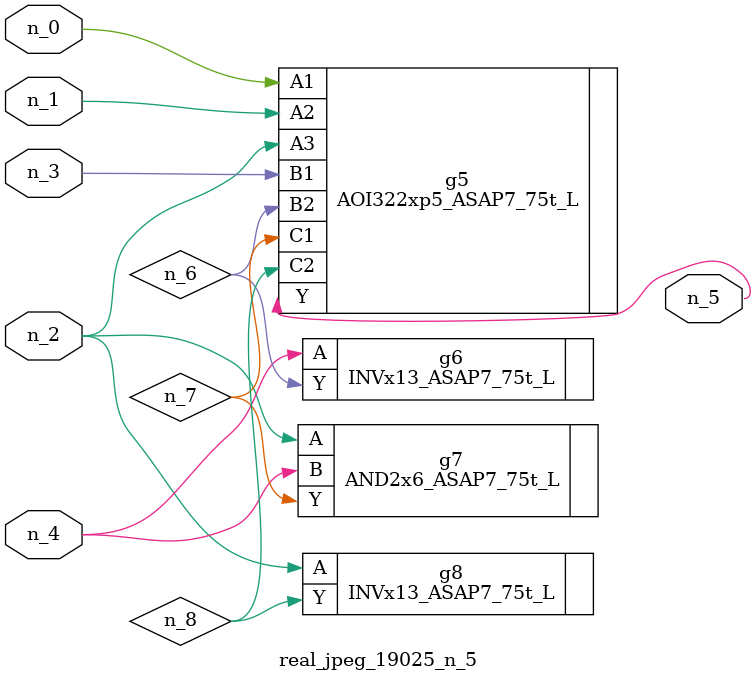
<source format=v>
module real_jpeg_19025_n_5 (n_4, n_0, n_1, n_2, n_3, n_5);

input n_4;
input n_0;
input n_1;
input n_2;
input n_3;

output n_5;

wire n_8;
wire n_6;
wire n_7;

AOI322xp5_ASAP7_75t_L g5 ( 
.A1(n_0),
.A2(n_1),
.A3(n_2),
.B1(n_3),
.B2(n_6),
.C1(n_7),
.C2(n_8),
.Y(n_5)
);

AND2x6_ASAP7_75t_L g7 ( 
.A(n_2),
.B(n_4),
.Y(n_7)
);

INVx13_ASAP7_75t_L g8 ( 
.A(n_2),
.Y(n_8)
);

INVx13_ASAP7_75t_L g6 ( 
.A(n_4),
.Y(n_6)
);


endmodule
</source>
